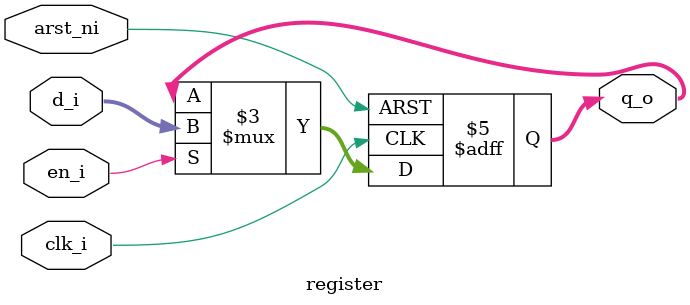
<source format=sv>

module register #(
    parameter int                  ELEM_WIDTH  = 32,
    parameter bit [ELEM_WIDTH-1:0] RESET_VALUE = '0
) (
    input  logic                  clk_i,
    input  logic                  arst_ni,
    input  logic                  en_i,
    input  logic [ELEM_WIDTH-1:0] d_i,
    output logic [ELEM_WIDTH-1:0] q_o
);

  always_ff @(posedge clk_i or negedge arst_ni) begin
    if (~arst_ni) begin
      q_o <= RESET_VALUE;
    end else if (en_i) begin
      q_o <= d_i;
    end
  end

endmodule

</source>
